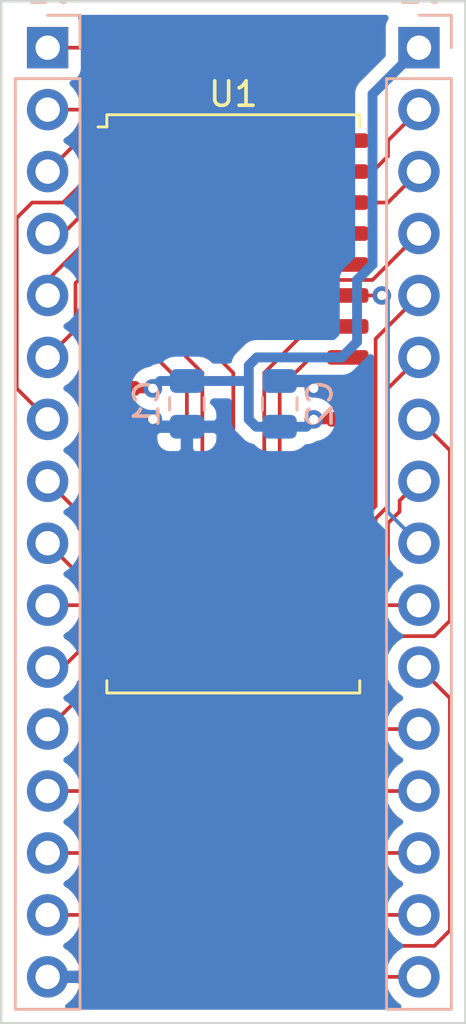
<source format=kicad_pcb>
(kicad_pcb (version 20171130) (host pcbnew 5.1.7-a382d34a8~87~ubuntu18.04.1)

  (general
    (thickness 1.6)
    (drawings 4)
    (tracks 153)
    (zones 0)
    (modules 5)
    (nets 35)
  )

  (page A4)
  (layers
    (0 F.Cu signal)
    (1 In1.Cu power hide)
    (2 In2.Cu power hide)
    (31 B.Cu signal)
    (32 B.Adhes user hide)
    (33 F.Adhes user hide)
    (34 B.Paste user hide)
    (35 F.Paste user hide)
    (36 B.SilkS user hide)
    (37 F.SilkS user)
    (38 B.Mask user)
    (39 F.Mask user hide)
    (40 Dwgs.User user)
    (41 Cmts.User user hide)
    (42 Eco1.User user)
    (43 Eco2.User user)
    (44 Edge.Cuts user)
    (45 Margin user hide)
    (46 B.CrtYd user hide)
    (47 F.CrtYd user hide)
    (48 B.Fab user hide)
    (49 F.Fab user hide)
  )

  (setup
    (last_trace_width 0.1524)
    (trace_clearance 0.1524)
    (zone_clearance 0.508)
    (zone_45_only no)
    (trace_min 0.1524)
    (via_size 0.762)
    (via_drill 0.381)
    (via_min_size 0.762)
    (via_min_drill 0.381)
    (uvia_size 0.3)
    (uvia_drill 0.1)
    (uvias_allowed no)
    (uvia_min_size 0.2)
    (uvia_min_drill 0.1)
    (edge_width 0.05)
    (segment_width 0.2)
    (pcb_text_width 0.3)
    (pcb_text_size 1.5 1.5)
    (mod_edge_width 0.12)
    (mod_text_size 1 1)
    (mod_text_width 0.15)
    (pad_size 1.524 1.524)
    (pad_drill 0.762)
    (pad_to_mask_clearance 0)
    (aux_axis_origin 0 0)
    (visible_elements FFFFFF7F)
    (pcbplotparams
      (layerselection 0x010fc_ffffffff)
      (usegerberextensions false)
      (usegerberattributes true)
      (usegerberadvancedattributes true)
      (creategerberjobfile true)
      (excludeedgelayer true)
      (linewidth 0.100000)
      (plotframeref false)
      (viasonmask false)
      (mode 1)
      (useauxorigin false)
      (hpglpennumber 1)
      (hpglpenspeed 20)
      (hpglpendiameter 15.000000)
      (psnegative false)
      (psa4output false)
      (plotreference true)
      (plotvalue true)
      (plotinvisibletext false)
      (padsonsilk false)
      (subtractmaskfromsilk false)
      (outputformat 1)
      (mirror false)
      (drillshape 1)
      (scaleselection 1)
      (outputdirectory ""))
  )

  (net 0 "")
  (net 1 /GND)
  (net 2 /VCC)
  (net 3 /DQ2)
  (net 4 /DQ1)
  (net 5 /DQ0)
  (net 6 /A0)
  (net 7 /A1)
  (net 8 /A2)
  (net 9 /A3)
  (net 10 /A4)
  (net 11 /A5)
  (net 12 /A6)
  (net 13 /A7)
  (net 14 /A12)
  (net 15 /A14)
  (net 16 /A16)
  (net 17 /A18)
  (net 18 /DQ3)
  (net 19 /DQ4)
  (net 20 /DQ5)
  (net 21 /DQ6)
  (net 22 /DQ7)
  (net 23 /CE#)
  (net 24 /A10)
  (net 25 /OE#)
  (net 26 /A11)
  (net 27 /A9)
  (net 28 /A8)
  (net 29 /A13)
  (net 30 /WE#)
  (net 31 /A17)
  (net 32 /A15)
  (net 33 "Net-(U1-Pad36)")
  (net 34 "Net-(U1-Pad19)")

  (net_class Default "This is the default net class."
    (clearance 0.1524)
    (trace_width 0.1524)
    (via_dia 0.762)
    (via_drill 0.381)
    (uvia_dia 0.3)
    (uvia_drill 0.1)
    (add_net /A0)
    (add_net /A1)
    (add_net /A10)
    (add_net /A11)
    (add_net /A12)
    (add_net /A13)
    (add_net /A14)
    (add_net /A15)
    (add_net /A16)
    (add_net /A17)
    (add_net /A18)
    (add_net /A2)
    (add_net /A3)
    (add_net /A4)
    (add_net /A5)
    (add_net /A6)
    (add_net /A7)
    (add_net /A8)
    (add_net /A9)
    (add_net /CE#)
    (add_net /DQ0)
    (add_net /DQ1)
    (add_net /DQ2)
    (add_net /DQ3)
    (add_net /DQ4)
    (add_net /DQ5)
    (add_net /DQ6)
    (add_net /DQ7)
    (add_net /OE#)
    (add_net /WE#)
    (add_net "Net-(U1-Pad19)")
    (add_net "Net-(U1-Pad36)")
  )

  (net_class Power ""
    (clearance 0.2032)
    (trace_width 0.4064)
    (via_dia 0.762)
    (via_drill 0.381)
    (uvia_dia 0.3)
    (uvia_drill 0.1)
    (add_net /GND)
    (add_net /VCC)
  )

  (module Package_SO:SOJ-36_10.16x23.49mm_P1.27mm (layer F.Cu) (tedit 5D9F72B1) (tstamp 5F91CB81)
    (at 96.52 80.645)
    (descr "SOJ, 36 Pin (http://www.issi.com/WW/pdf/61-64C5128AL.pdf), generated with kicad-footprint-generator ipc_gullwing_generator.py")
    (tags "SOJ SO")
    (path /5F9495FF)
    (attr smd)
    (fp_text reference U1 (at 0 -12.7) (layer F.SilkS)
      (effects (font (size 1 1) (thickness 0.15)))
    )
    (fp_text value IS61C5128AL-10KLI (at 0 12.7) (layer F.Fab)
      (effects (font (size 1 1) (thickness 0.15)))
    )
    (fp_line (start 5.8 -12) (end -5.8 -12) (layer F.CrtYd) (width 0.05))
    (fp_line (start 5.8 12) (end 5.8 -12) (layer F.CrtYd) (width 0.05))
    (fp_line (start -5.8 12) (end 5.8 12) (layer F.CrtYd) (width 0.05))
    (fp_line (start -5.8 -12) (end -5.8 12) (layer F.CrtYd) (width 0.05))
    (fp_line (start -5.08 -10.745) (end -4.08 -11.745) (layer F.Fab) (width 0.1))
    (fp_line (start -5.08 11.745) (end -5.08 -10.745) (layer F.Fab) (width 0.1))
    (fp_line (start 5.08 11.745) (end -5.08 11.745) (layer F.Fab) (width 0.1))
    (fp_line (start 5.08 -11.745) (end 5.08 11.745) (layer F.Fab) (width 0.1))
    (fp_line (start -4.08 -11.745) (end 5.08 -11.745) (layer F.Fab) (width 0.1))
    (fp_line (start -5.19 -11.355) (end -5.55 -11.355) (layer F.SilkS) (width 0.12))
    (fp_line (start -5.19 -11.855) (end -5.19 -11.355) (layer F.SilkS) (width 0.12))
    (fp_line (start 0 -11.855) (end -5.19 -11.855) (layer F.SilkS) (width 0.12))
    (fp_line (start 5.19 -11.855) (end 5.19 -11.355) (layer F.SilkS) (width 0.12))
    (fp_line (start 0 -11.855) (end 5.19 -11.855) (layer F.SilkS) (width 0.12))
    (fp_line (start -5.19 11.855) (end -5.19 11.355) (layer F.SilkS) (width 0.12))
    (fp_line (start 0 11.855) (end -5.19 11.855) (layer F.SilkS) (width 0.12))
    (fp_line (start 5.19 11.855) (end 5.19 11.355) (layer F.SilkS) (width 0.12))
    (fp_line (start 0 11.855) (end 5.19 11.855) (layer F.SilkS) (width 0.12))
    (fp_text user %R (at 0 0) (layer F.Fab)
      (effects (font (size 1 1) (thickness 0.15)))
    )
    (pad 36 smd roundrect (at 4.7 -10.795) (size 1.7 0.6) (layers F.Cu F.Paste F.Mask) (roundrect_rratio 0.25)
      (net 33 "Net-(U1-Pad36)"))
    (pad 35 smd roundrect (at 4.7 -9.525) (size 1.7 0.6) (layers F.Cu F.Paste F.Mask) (roundrect_rratio 0.25)
      (net 32 /A15))
    (pad 34 smd roundrect (at 4.7 -8.255) (size 1.7 0.6) (layers F.Cu F.Paste F.Mask) (roundrect_rratio 0.25)
      (net 31 /A17))
    (pad 33 smd roundrect (at 4.7 -6.985) (size 1.7 0.6) (layers F.Cu F.Paste F.Mask) (roundrect_rratio 0.25)
      (net 17 /A18))
    (pad 32 smd roundrect (at 4.7 -5.715) (size 1.7 0.6) (layers F.Cu F.Paste F.Mask) (roundrect_rratio 0.25)
      (net 16 /A16))
    (pad 31 smd roundrect (at 4.7 -4.445) (size 1.7 0.6) (layers F.Cu F.Paste F.Mask) (roundrect_rratio 0.25)
      (net 25 /OE#))
    (pad 30 smd roundrect (at 4.7 -3.175) (size 1.7 0.6) (layers F.Cu F.Paste F.Mask) (roundrect_rratio 0.25)
      (net 19 /DQ4))
    (pad 29 smd roundrect (at 4.7 -1.905) (size 1.7 0.6) (layers F.Cu F.Paste F.Mask) (roundrect_rratio 0.25)
      (net 20 /DQ5))
    (pad 28 smd roundrect (at 4.7 -0.635) (size 1.7 0.6) (layers F.Cu F.Paste F.Mask) (roundrect_rratio 0.25)
      (net 1 /GND))
    (pad 27 smd roundrect (at 4.7 0.635) (size 1.7 0.6) (layers F.Cu F.Paste F.Mask) (roundrect_rratio 0.25)
      (net 2 /VCC))
    (pad 26 smd roundrect (at 4.7 1.905) (size 1.7 0.6) (layers F.Cu F.Paste F.Mask) (roundrect_rratio 0.25)
      (net 21 /DQ6))
    (pad 25 smd roundrect (at 4.7 3.175) (size 1.7 0.6) (layers F.Cu F.Paste F.Mask) (roundrect_rratio 0.25)
      (net 22 /DQ7))
    (pad 24 smd roundrect (at 4.7 4.445) (size 1.7 0.6) (layers F.Cu F.Paste F.Mask) (roundrect_rratio 0.25)
      (net 29 /A13))
    (pad 23 smd roundrect (at 4.7 5.715) (size 1.7 0.6) (layers F.Cu F.Paste F.Mask) (roundrect_rratio 0.25)
      (net 28 /A8))
    (pad 22 smd roundrect (at 4.7 6.985) (size 1.7 0.6) (layers F.Cu F.Paste F.Mask) (roundrect_rratio 0.25)
      (net 26 /A11))
    (pad 21 smd roundrect (at 4.7 8.255) (size 1.7 0.6) (layers F.Cu F.Paste F.Mask) (roundrect_rratio 0.25)
      (net 24 /A10))
    (pad 20 smd roundrect (at 4.7 9.525) (size 1.7 0.6) (layers F.Cu F.Paste F.Mask) (roundrect_rratio 0.25)
      (net 27 /A9))
    (pad 19 smd roundrect (at 4.7 10.795) (size 1.7 0.6) (layers F.Cu F.Paste F.Mask) (roundrect_rratio 0.25)
      (net 34 "Net-(U1-Pad19)"))
    (pad 18 smd roundrect (at -4.7 10.795) (size 1.7 0.6) (layers F.Cu F.Paste F.Mask) (roundrect_rratio 0.25)
      (net 6 /A0))
    (pad 17 smd roundrect (at -4.7 9.525) (size 1.7 0.6) (layers F.Cu F.Paste F.Mask) (roundrect_rratio 0.25)
      (net 7 /A1))
    (pad 16 smd roundrect (at -4.7 8.255) (size 1.7 0.6) (layers F.Cu F.Paste F.Mask) (roundrect_rratio 0.25)
      (net 8 /A2))
    (pad 15 smd roundrect (at -4.7 6.985) (size 1.7 0.6) (layers F.Cu F.Paste F.Mask) (roundrect_rratio 0.25)
      (net 9 /A3))
    (pad 14 smd roundrect (at -4.7 5.715) (size 1.7 0.6) (layers F.Cu F.Paste F.Mask) (roundrect_rratio 0.25)
      (net 10 /A4))
    (pad 13 smd roundrect (at -4.7 4.445) (size 1.7 0.6) (layers F.Cu F.Paste F.Mask) (roundrect_rratio 0.25)
      (net 30 /WE#))
    (pad 12 smd roundrect (at -4.7 3.175) (size 1.7 0.6) (layers F.Cu F.Paste F.Mask) (roundrect_rratio 0.25)
      (net 5 /DQ0))
    (pad 11 smd roundrect (at -4.7 1.905) (size 1.7 0.6) (layers F.Cu F.Paste F.Mask) (roundrect_rratio 0.25)
      (net 4 /DQ1))
    (pad 10 smd roundrect (at -4.7 0.635) (size 1.7 0.6) (layers F.Cu F.Paste F.Mask) (roundrect_rratio 0.25)
      (net 1 /GND))
    (pad 9 smd roundrect (at -4.7 -0.635) (size 1.7 0.6) (layers F.Cu F.Paste F.Mask) (roundrect_rratio 0.25)
      (net 2 /VCC))
    (pad 8 smd roundrect (at -4.7 -1.905) (size 1.7 0.6) (layers F.Cu F.Paste F.Mask) (roundrect_rratio 0.25)
      (net 3 /DQ2))
    (pad 7 smd roundrect (at -4.7 -3.175) (size 1.7 0.6) (layers F.Cu F.Paste F.Mask) (roundrect_rratio 0.25)
      (net 18 /DQ3))
    (pad 6 smd roundrect (at -4.7 -4.445) (size 1.7 0.6) (layers F.Cu F.Paste F.Mask) (roundrect_rratio 0.25)
      (net 23 /CE#))
    (pad 5 smd roundrect (at -4.7 -5.715) (size 1.7 0.6) (layers F.Cu F.Paste F.Mask) (roundrect_rratio 0.25)
      (net 12 /A6))
    (pad 4 smd roundrect (at -4.7 -6.985) (size 1.7 0.6) (layers F.Cu F.Paste F.Mask) (roundrect_rratio 0.25)
      (net 13 /A7))
    (pad 3 smd roundrect (at -4.7 -8.255) (size 1.7 0.6) (layers F.Cu F.Paste F.Mask) (roundrect_rratio 0.25)
      (net 14 /A12))
    (pad 2 smd roundrect (at -4.7 -9.525) (size 1.7 0.6) (layers F.Cu F.Paste F.Mask) (roundrect_rratio 0.25)
      (net 11 /A5))
    (pad 1 smd roundrect (at -4.7 -10.795) (size 1.7 0.6) (layers F.Cu F.Paste F.Mask) (roundrect_rratio 0.25)
      (net 15 /A14))
    (model ${KISYS3DMOD}/Package_SO.3dshapes/SOJ-36_10.16x23.49mm_P1.27mm.wrl
      (at (xyz 0 0 0))
      (scale (xyz 1 1 1))
      (rotate (xyz 0 0 0))
    )
  )

  (module Connector_PinHeader_2.54mm:PinHeader_1x16_P2.54mm_Vertical (layer B.Cu) (tedit 59FED5CC) (tstamp 5F91C462)
    (at 88.9 66.04 180)
    (descr "Through hole straight pin header, 1x16, 2.54mm pitch, single row")
    (tags "Through hole pin header THT 1x16 2.54mm single row")
    (path /5F92BC33)
    (fp_text reference J1 (at 0 2.33) (layer B.SilkS)
      (effects (font (size 1 1) (thickness 0.15)) (justify mirror))
    )
    (fp_text value Conn_01x16_Male (at 0 -40.43) (layer B.Fab)
      (effects (font (size 1 1) (thickness 0.15)) (justify mirror))
    )
    (fp_line (start 1.8 1.8) (end -1.8 1.8) (layer B.CrtYd) (width 0.05))
    (fp_line (start 1.8 -39.9) (end 1.8 1.8) (layer B.CrtYd) (width 0.05))
    (fp_line (start -1.8 -39.9) (end 1.8 -39.9) (layer B.CrtYd) (width 0.05))
    (fp_line (start -1.8 1.8) (end -1.8 -39.9) (layer B.CrtYd) (width 0.05))
    (fp_line (start -1.33 1.33) (end 0 1.33) (layer B.SilkS) (width 0.12))
    (fp_line (start -1.33 0) (end -1.33 1.33) (layer B.SilkS) (width 0.12))
    (fp_line (start -1.33 -1.27) (end 1.33 -1.27) (layer B.SilkS) (width 0.12))
    (fp_line (start 1.33 -1.27) (end 1.33 -39.43) (layer B.SilkS) (width 0.12))
    (fp_line (start -1.33 -1.27) (end -1.33 -39.43) (layer B.SilkS) (width 0.12))
    (fp_line (start -1.33 -39.43) (end 1.33 -39.43) (layer B.SilkS) (width 0.12))
    (fp_line (start -1.27 0.635) (end -0.635 1.27) (layer B.Fab) (width 0.1))
    (fp_line (start -1.27 -39.37) (end -1.27 0.635) (layer B.Fab) (width 0.1))
    (fp_line (start 1.27 -39.37) (end -1.27 -39.37) (layer B.Fab) (width 0.1))
    (fp_line (start 1.27 1.27) (end 1.27 -39.37) (layer B.Fab) (width 0.1))
    (fp_line (start -0.635 1.27) (end 1.27 1.27) (layer B.Fab) (width 0.1))
    (fp_text user %R (at 0 -19.05 -90) (layer B.Fab)
      (effects (font (size 1 1) (thickness 0.15)) (justify mirror))
    )
    (pad 16 thru_hole oval (at 0 -38.1 180) (size 1.7 1.7) (drill 1) (layers *.Cu *.Mask)
      (net 1 /GND))
    (pad 15 thru_hole oval (at 0 -35.56 180) (size 1.7 1.7) (drill 1) (layers *.Cu *.Mask)
      (net 3 /DQ2))
    (pad 14 thru_hole oval (at 0 -33.02 180) (size 1.7 1.7) (drill 1) (layers *.Cu *.Mask)
      (net 4 /DQ1))
    (pad 13 thru_hole oval (at 0 -30.48 180) (size 1.7 1.7) (drill 1) (layers *.Cu *.Mask)
      (net 5 /DQ0))
    (pad 12 thru_hole oval (at 0 -27.94 180) (size 1.7 1.7) (drill 1) (layers *.Cu *.Mask)
      (net 6 /A0))
    (pad 11 thru_hole oval (at 0 -25.4 180) (size 1.7 1.7) (drill 1) (layers *.Cu *.Mask)
      (net 7 /A1))
    (pad 10 thru_hole oval (at 0 -22.86 180) (size 1.7 1.7) (drill 1) (layers *.Cu *.Mask)
      (net 8 /A2))
    (pad 9 thru_hole oval (at 0 -20.32 180) (size 1.7 1.7) (drill 1) (layers *.Cu *.Mask)
      (net 9 /A3))
    (pad 8 thru_hole oval (at 0 -17.78 180) (size 1.7 1.7) (drill 1) (layers *.Cu *.Mask)
      (net 10 /A4))
    (pad 7 thru_hole oval (at 0 -15.24 180) (size 1.7 1.7) (drill 1) (layers *.Cu *.Mask)
      (net 11 /A5))
    (pad 6 thru_hole oval (at 0 -12.7 180) (size 1.7 1.7) (drill 1) (layers *.Cu *.Mask)
      (net 12 /A6))
    (pad 5 thru_hole oval (at 0 -10.16 180) (size 1.7 1.7) (drill 1) (layers *.Cu *.Mask)
      (net 13 /A7))
    (pad 4 thru_hole oval (at 0 -7.62 180) (size 1.7 1.7) (drill 1) (layers *.Cu *.Mask)
      (net 14 /A12))
    (pad 3 thru_hole oval (at 0 -5.08 180) (size 1.7 1.7) (drill 1) (layers *.Cu *.Mask)
      (net 15 /A14))
    (pad 2 thru_hole oval (at 0 -2.54 180) (size 1.7 1.7) (drill 1) (layers *.Cu *.Mask)
      (net 16 /A16))
    (pad 1 thru_hole rect (at 0 0 180) (size 1.7 1.7) (drill 1) (layers *.Cu *.Mask)
      (net 17 /A18))
    (model ${KISYS3DMOD}/Connector_PinHeader_2.54mm.3dshapes/PinHeader_1x16_P2.54mm_Vertical.wrl
      (at (xyz 0 0 0))
      (scale (xyz 1 1 1))
      (rotate (xyz 0 0 0))
    )
  )

  (module Connector_PinHeader_2.54mm:PinHeader_1x16_P2.54mm_Vertical (layer B.Cu) (tedit 59FED5CC) (tstamp 5F91C486)
    (at 104.14 66.04 180)
    (descr "Through hole straight pin header, 1x16, 2.54mm pitch, single row")
    (tags "Through hole pin header THT 1x16 2.54mm single row")
    (path /5F92E19A)
    (fp_text reference J2 (at 0 2.33) (layer B.SilkS)
      (effects (font (size 1 1) (thickness 0.15)) (justify mirror))
    )
    (fp_text value Conn_01x16_Male (at 0 -40.43) (layer B.Fab)
      (effects (font (size 1 1) (thickness 0.15)) (justify mirror))
    )
    (fp_line (start 1.8 1.8) (end -1.8 1.8) (layer B.CrtYd) (width 0.05))
    (fp_line (start 1.8 -39.9) (end 1.8 1.8) (layer B.CrtYd) (width 0.05))
    (fp_line (start -1.8 -39.9) (end 1.8 -39.9) (layer B.CrtYd) (width 0.05))
    (fp_line (start -1.8 1.8) (end -1.8 -39.9) (layer B.CrtYd) (width 0.05))
    (fp_line (start -1.33 1.33) (end 0 1.33) (layer B.SilkS) (width 0.12))
    (fp_line (start -1.33 0) (end -1.33 1.33) (layer B.SilkS) (width 0.12))
    (fp_line (start -1.33 -1.27) (end 1.33 -1.27) (layer B.SilkS) (width 0.12))
    (fp_line (start 1.33 -1.27) (end 1.33 -39.43) (layer B.SilkS) (width 0.12))
    (fp_line (start -1.33 -1.27) (end -1.33 -39.43) (layer B.SilkS) (width 0.12))
    (fp_line (start -1.33 -39.43) (end 1.33 -39.43) (layer B.SilkS) (width 0.12))
    (fp_line (start -1.27 0.635) (end -0.635 1.27) (layer B.Fab) (width 0.1))
    (fp_line (start -1.27 -39.37) (end -1.27 0.635) (layer B.Fab) (width 0.1))
    (fp_line (start 1.27 -39.37) (end -1.27 -39.37) (layer B.Fab) (width 0.1))
    (fp_line (start 1.27 1.27) (end 1.27 -39.37) (layer B.Fab) (width 0.1))
    (fp_line (start -0.635 1.27) (end 1.27 1.27) (layer B.Fab) (width 0.1))
    (fp_text user %R (at 0 -19.05 -90) (layer B.Fab)
      (effects (font (size 1 1) (thickness 0.15)) (justify mirror))
    )
    (pad 16 thru_hole oval (at 0 -38.1 180) (size 1.7 1.7) (drill 1) (layers *.Cu *.Mask)
      (net 18 /DQ3))
    (pad 15 thru_hole oval (at 0 -35.56 180) (size 1.7 1.7) (drill 1) (layers *.Cu *.Mask)
      (net 19 /DQ4))
    (pad 14 thru_hole oval (at 0 -33.02 180) (size 1.7 1.7) (drill 1) (layers *.Cu *.Mask)
      (net 20 /DQ5))
    (pad 13 thru_hole oval (at 0 -30.48 180) (size 1.7 1.7) (drill 1) (layers *.Cu *.Mask)
      (net 21 /DQ6))
    (pad 12 thru_hole oval (at 0 -27.94 180) (size 1.7 1.7) (drill 1) (layers *.Cu *.Mask)
      (net 22 /DQ7))
    (pad 11 thru_hole oval (at 0 -25.4 180) (size 1.7 1.7) (drill 1) (layers *.Cu *.Mask)
      (net 23 /CE#))
    (pad 10 thru_hole oval (at 0 -22.86 180) (size 1.7 1.7) (drill 1) (layers *.Cu *.Mask)
      (net 24 /A10))
    (pad 9 thru_hole oval (at 0 -20.32 180) (size 1.7 1.7) (drill 1) (layers *.Cu *.Mask)
      (net 25 /OE#))
    (pad 8 thru_hole oval (at 0 -17.78 180) (size 1.7 1.7) (drill 1) (layers *.Cu *.Mask)
      (net 26 /A11))
    (pad 7 thru_hole oval (at 0 -15.24 180) (size 1.7 1.7) (drill 1) (layers *.Cu *.Mask)
      (net 27 /A9))
    (pad 6 thru_hole oval (at 0 -12.7 180) (size 1.7 1.7) (drill 1) (layers *.Cu *.Mask)
      (net 28 /A8))
    (pad 5 thru_hole oval (at 0 -10.16 180) (size 1.7 1.7) (drill 1) (layers *.Cu *.Mask)
      (net 29 /A13))
    (pad 4 thru_hole oval (at 0 -7.62 180) (size 1.7 1.7) (drill 1) (layers *.Cu *.Mask)
      (net 30 /WE#))
    (pad 3 thru_hole oval (at 0 -5.08 180) (size 1.7 1.7) (drill 1) (layers *.Cu *.Mask)
      (net 31 /A17))
    (pad 2 thru_hole oval (at 0 -2.54 180) (size 1.7 1.7) (drill 1) (layers *.Cu *.Mask)
      (net 32 /A15))
    (pad 1 thru_hole rect (at 0 0 180) (size 1.7 1.7) (drill 1) (layers *.Cu *.Mask)
      (net 2 /VCC))
    (model ${KISYS3DMOD}/Connector_PinHeader_2.54mm.3dshapes/PinHeader_1x16_P2.54mm_Vertical.wrl
      (at (xyz 0 0 0))
      (scale (xyz 1 1 1))
      (rotate (xyz 0 0 0))
    )
  )

  (module Capacitor_SMD:C_0805_2012Metric (layer B.Cu) (tedit 5B36C52B) (tstamp 5F91A0F2)
    (at 98.425 80.645 90)
    (descr "Capacitor SMD 0805 (2012 Metric), square (rectangular) end terminal, IPC_7351 nominal, (Body size source: https://docs.google.com/spreadsheets/d/1BsfQQcO9C6DZCsRaXUlFlo91Tg2WpOkGARC1WS5S8t0/edit?usp=sharing), generated with kicad-footprint-generator")
    (tags capacitor)
    (path /5F94290A)
    (attr smd)
    (fp_text reference C2 (at 0 1.65 90) (layer B.SilkS)
      (effects (font (size 1 1) (thickness 0.15)) (justify mirror))
    )
    (fp_text value 100nF (at 0 -1.65 90) (layer B.Fab)
      (effects (font (size 1 1) (thickness 0.15)) (justify mirror))
    )
    (fp_line (start 1.68 -0.95) (end -1.68 -0.95) (layer B.CrtYd) (width 0.05))
    (fp_line (start 1.68 0.95) (end 1.68 -0.95) (layer B.CrtYd) (width 0.05))
    (fp_line (start -1.68 0.95) (end 1.68 0.95) (layer B.CrtYd) (width 0.05))
    (fp_line (start -1.68 -0.95) (end -1.68 0.95) (layer B.CrtYd) (width 0.05))
    (fp_line (start -0.258578 -0.71) (end 0.258578 -0.71) (layer B.SilkS) (width 0.12))
    (fp_line (start -0.258578 0.71) (end 0.258578 0.71) (layer B.SilkS) (width 0.12))
    (fp_line (start 1 -0.6) (end -1 -0.6) (layer B.Fab) (width 0.1))
    (fp_line (start 1 0.6) (end 1 -0.6) (layer B.Fab) (width 0.1))
    (fp_line (start -1 0.6) (end 1 0.6) (layer B.Fab) (width 0.1))
    (fp_line (start -1 -0.6) (end -1 0.6) (layer B.Fab) (width 0.1))
    (fp_text user %R (at 0 0 90) (layer B.Fab)
      (effects (font (size 0.5 0.5) (thickness 0.08)) (justify mirror))
    )
    (pad 2 smd roundrect (at 0.9375 0 90) (size 0.975 1.4) (layers B.Cu B.Paste B.Mask) (roundrect_rratio 0.25)
      (net 1 /GND))
    (pad 1 smd roundrect (at -0.9375 0 90) (size 0.975 1.4) (layers B.Cu B.Paste B.Mask) (roundrect_rratio 0.25)
      (net 2 /VCC))
    (model ${KISYS3DMOD}/Capacitor_SMD.3dshapes/C_0805_2012Metric.wrl
      (at (xyz 0 0 0))
      (scale (xyz 1 1 1))
      (rotate (xyz 0 0 0))
    )
  )

  (module Capacitor_SMD:C_0805_2012Metric (layer B.Cu) (tedit 5B36C52B) (tstamp 5F91A44A)
    (at 94.615 80.645 270)
    (descr "Capacitor SMD 0805 (2012 Metric), square (rectangular) end terminal, IPC_7351 nominal, (Body size source: https://docs.google.com/spreadsheets/d/1BsfQQcO9C6DZCsRaXUlFlo91Tg2WpOkGARC1WS5S8t0/edit?usp=sharing), generated with kicad-footprint-generator")
    (tags capacitor)
    (path /5F9423F9)
    (attr smd)
    (fp_text reference C1 (at 0 1.65 270) (layer B.SilkS)
      (effects (font (size 1 1) (thickness 0.15)) (justify mirror))
    )
    (fp_text value 100nF (at 0 -1.65 270) (layer B.Fab)
      (effects (font (size 1 1) (thickness 0.15)) (justify mirror))
    )
    (fp_line (start 1.68 -0.95) (end -1.68 -0.95) (layer B.CrtYd) (width 0.05))
    (fp_line (start 1.68 0.95) (end 1.68 -0.95) (layer B.CrtYd) (width 0.05))
    (fp_line (start -1.68 0.95) (end 1.68 0.95) (layer B.CrtYd) (width 0.05))
    (fp_line (start -1.68 -0.95) (end -1.68 0.95) (layer B.CrtYd) (width 0.05))
    (fp_line (start -0.258578 -0.71) (end 0.258578 -0.71) (layer B.SilkS) (width 0.12))
    (fp_line (start -0.258578 0.71) (end 0.258578 0.71) (layer B.SilkS) (width 0.12))
    (fp_line (start 1 -0.6) (end -1 -0.6) (layer B.Fab) (width 0.1))
    (fp_line (start 1 0.6) (end 1 -0.6) (layer B.Fab) (width 0.1))
    (fp_line (start -1 0.6) (end 1 0.6) (layer B.Fab) (width 0.1))
    (fp_line (start -1 -0.6) (end -1 0.6) (layer B.Fab) (width 0.1))
    (fp_text user %R (at 0 0 270) (layer B.Fab)
      (effects (font (size 0.5 0.5) (thickness 0.08)) (justify mirror))
    )
    (pad 2 smd roundrect (at 0.9375 0 270) (size 0.975 1.4) (layers B.Cu B.Paste B.Mask) (roundrect_rratio 0.25)
      (net 1 /GND))
    (pad 1 smd roundrect (at -0.9375 0 270) (size 0.975 1.4) (layers B.Cu B.Paste B.Mask) (roundrect_rratio 0.25)
      (net 2 /VCC))
    (model ${KISYS3DMOD}/Capacitor_SMD.3dshapes/C_0805_2012Metric.wrl
      (at (xyz 0 0 0))
      (scale (xyz 1 1 1))
      (rotate (xyz 0 0 0))
    )
  )

  (gr_line (start 106.045 64.135) (end 106.045 106.045) (layer Edge.Cuts) (width 0.1))
  (gr_line (start 86.995 64.135) (end 106.045 64.135) (layer Edge.Cuts) (width 0.1))
  (gr_line (start 86.995 106.045) (end 86.995 64.135) (layer Edge.Cuts) (width 0.1))
  (gr_line (start 106.045 106.045) (end 86.995 106.045) (layer Edge.Cuts) (width 0.1))

  (via (at 99.822 80.01) (size 0.762) (drill 0.381) (layers F.Cu B.Cu) (net 1))
  (via (at 93.218 81.28) (size 0.762) (drill 0.381) (layers F.Cu B.Cu) (net 1))
  (segment (start 91.82 81.28) (end 93.218 81.28) (width 0.4064) (layer F.Cu) (net 1) (status 10))
  (segment (start 99.822 80.01) (end 101.22 80.01) (width 0.4064) (layer F.Cu) (net 1) (status 20))
  (segment (start 93.5205 81.5825) (end 93.218 81.28) (width 0.4064) (layer B.Cu) (net 1))
  (segment (start 94.615 81.5825) (end 93.5205 81.5825) (width 0.4064) (layer B.Cu) (net 1) (status 10))
  (segment (start 99.5195 79.7075) (end 99.822 80.01) (width 0.4064) (layer B.Cu) (net 1))
  (segment (start 98.425 79.7075) (end 99.5195 79.7075) (width 0.4064) (layer B.Cu) (net 1) (status 10))
  (via (at 93.218 80.01) (size 0.762) (drill 0.381) (layers F.Cu B.Cu) (net 2))
  (via (at 99.822 81.28) (size 0.762) (drill 0.381) (layers F.Cu B.Cu) (net 2))
  (segment (start 91.82 80.01) (end 93.218 80.01) (width 0.4064) (layer F.Cu) (net 2) (status 10))
  (segment (start 99.822 81.28) (end 101.22 81.28) (width 0.4064) (layer F.Cu) (net 2) (status 20))
  (segment (start 93.5205 79.7075) (end 93.218 80.01) (width 0.4064) (layer B.Cu) (net 2))
  (segment (start 94.615 79.7075) (end 93.5205 79.7075) (width 0.4064) (layer B.Cu) (net 2) (status 10))
  (segment (start 99.5195 81.5825) (end 99.822 81.28) (width 0.4064) (layer B.Cu) (net 2))
  (segment (start 98.425 81.5825) (end 99.5195 81.5825) (width 0.4064) (layer B.Cu) (net 2) (status 10))
  (segment (start 94.615 79.7075) (end 97.155 79.7075) (width 0.4064) (layer B.Cu) (net 2))
  (segment (start 97.155 79.7075) (end 97.155 81.28) (width 0.4064) (layer B.Cu) (net 2))
  (segment (start 97.4575 81.5825) (end 98.425 81.5825) (width 0.4064) (layer B.Cu) (net 2))
  (segment (start 97.155 81.28) (end 97.4575 81.5825) (width 0.4064) (layer B.Cu) (net 2))
  (segment (start 97.155 79.0725) (end 97.155 79.7075) (width 0.4064) (layer B.Cu) (net 2))
  (segment (start 97.4875 78.74) (end 97.155 79.0725) (width 0.4064) (layer B.Cu) (net 2))
  (segment (start 102.235 67.945) (end 102.235 74.93) (width 0.4064) (layer B.Cu) (net 2))
  (segment (start 104.14 66.04) (end 102.235 67.945) (width 0.4064) (layer B.Cu) (net 2))
  (segment (start 102.235 74.93) (end 101.6 75.565) (width 0.4064) (layer B.Cu) (net 2))
  (segment (start 100.965 78.74) (end 97.4875 78.74) (width 0.4064) (layer B.Cu) (net 2))
  (segment (start 101.6 75.565) (end 101.6 78.105) (width 0.4064) (layer B.Cu) (net 2))
  (segment (start 101.6 78.105) (end 100.965 78.74) (width 0.4064) (layer B.Cu) (net 2))
  (segment (start 94.615 80.01) (end 93.345 78.74) (width 0.1524) (layer F.Cu) (net 3))
  (segment (start 93.345 78.74) (end 91.82 78.74) (width 0.1524) (layer F.Cu) (net 3) (status 20))
  (segment (start 94.615 100.33) (end 94.615 80.01) (width 0.1524) (layer F.Cu) (net 3))
  (segment (start 88.9 101.6) (end 93.345 101.6) (width 0.1524) (layer F.Cu) (net 3) (status 10))
  (segment (start 93.345 101.6) (end 94.615 100.33) (width 0.1524) (layer F.Cu) (net 3))
  (segment (start 92.71 99.06) (end 88.9 99.06) (width 0.1524) (layer F.Cu) (net 4) (status 20))
  (segment (start 93.98 97.79) (end 92.71 99.06) (width 0.1524) (layer F.Cu) (net 4))
  (segment (start 91.82 82.55) (end 93.345 82.55) (width 0.1524) (layer F.Cu) (net 4) (status 10))
  (segment (start 93.98 83.185) (end 93.98 97.79) (width 0.1524) (layer F.Cu) (net 4))
  (segment (start 93.345 82.55) (end 93.98 83.185) (width 0.1524) (layer F.Cu) (net 4))
  (segment (start 92.71 83.82) (end 91.82 83.82) (width 0.1524) (layer F.Cu) (net 5) (status 20))
  (segment (start 93.345 84.455) (end 92.71 83.82) (width 0.1524) (layer F.Cu) (net 5))
  (segment (start 93.345 94.615) (end 93.345 84.455) (width 0.1524) (layer F.Cu) (net 5))
  (segment (start 88.9 96.52) (end 91.44 96.52) (width 0.1524) (layer F.Cu) (net 5) (status 10))
  (segment (start 91.44 96.52) (end 93.345 94.615) (width 0.1524) (layer F.Cu) (net 5))
  (segment (start 91.82 91.44) (end 90.805 91.44) (width 0.1524) (layer F.Cu) (net 6) (status 10))
  (segment (start 90.805 91.44) (end 90.17 92.075) (width 0.1524) (layer F.Cu) (net 6))
  (segment (start 90.17 92.075) (end 90.17 92.71) (width 0.1524) (layer F.Cu) (net 6))
  (segment (start 90.17 92.71) (end 88.9 93.98) (width 0.1524) (layer F.Cu) (net 6) (status 20))
  (segment (start 88.9 91.44) (end 89.535 91.44) (width 0.1524) (layer F.Cu) (net 7) (status 30))
  (segment (start 90.805 90.17) (end 91.82 90.17) (width 0.1524) (layer F.Cu) (net 7) (status 20))
  (segment (start 89.535 91.44) (end 90.805 90.17) (width 0.1524) (layer F.Cu) (net 7) (status 10))
  (segment (start 88.9 88.9) (end 91.82 88.9) (width 0.1524) (layer F.Cu) (net 8) (status 30))
  (segment (start 88.9 86.36) (end 90.17 87.63) (width 0.1524) (layer F.Cu) (net 9) (status 10))
  (segment (start 90.17 87.63) (end 91.82 87.63) (width 0.1524) (layer F.Cu) (net 9) (status 20))
  (segment (start 91.82 86.36) (end 90.805 86.36) (width 0.1524) (layer F.Cu) (net 10) (status 10))
  (segment (start 90.805 86.36) (end 90.17 85.725) (width 0.1524) (layer F.Cu) (net 10))
  (segment (start 90.17 85.725) (end 90.17 85.09) (width 0.1524) (layer F.Cu) (net 10))
  (segment (start 90.17 85.09) (end 88.9 83.82) (width 0.1524) (layer F.Cu) (net 10) (status 20))
  (segment (start 90.805 71.12) (end 91.82 71.12) (width 0.1524) (layer F.Cu) (net 11) (status 20))
  (segment (start 88.265 72.39) (end 89.535 72.39) (width 0.1524) (layer F.Cu) (net 11))
  (segment (start 89.535 72.39) (end 90.805 71.12) (width 0.1524) (layer F.Cu) (net 11))
  (segment (start 87.63 73.025) (end 88.265 72.39) (width 0.1524) (layer F.Cu) (net 11))
  (segment (start 88.9 81.28) (end 87.63 80.01) (width 0.1524) (layer F.Cu) (net 11) (status 10))
  (segment (start 87.63 80.01) (end 87.63 73.025) (width 0.1524) (layer F.Cu) (net 11))
  (segment (start 90.043 77.597) (end 88.9 78.74) (width 0.1524) (layer F.Cu) (net 12) (status 20))
  (segment (start 90.043 75.692) (end 90.043 77.597) (width 0.1524) (layer F.Cu) (net 12))
  (segment (start 91.82 74.93) (end 90.805 74.93) (width 0.1524) (layer F.Cu) (net 12) (status 10))
  (segment (start 90.805 74.93) (end 90.043 75.692) (width 0.1524) (layer F.Cu) (net 12))
  (segment (start 88.9 76.2) (end 88.9 75.565) (width 0.1524) (layer F.Cu) (net 13) (status 30))
  (segment (start 90.805 73.66) (end 91.82 73.66) (width 0.1524) (layer F.Cu) (net 13) (status 20))
  (segment (start 88.9 75.565) (end 90.805 73.66) (width 0.1524) (layer F.Cu) (net 13) (status 10))
  (segment (start 88.9 73.66) (end 89.535 73.66) (width 0.1524) (layer F.Cu) (net 14) (status 30))
  (segment (start 90.805 72.39) (end 91.82 72.39) (width 0.1524) (layer F.Cu) (net 14) (status 20))
  (segment (start 89.535 73.66) (end 90.805 72.39) (width 0.1524) (layer F.Cu) (net 14) (status 10))
  (segment (start 90.17 69.85) (end 88.9 71.12) (width 0.1524) (layer F.Cu) (net 15) (status 20))
  (segment (start 91.82 69.85) (end 90.17 69.85) (width 0.1524) (layer F.Cu) (net 15) (status 10))
  (segment (start 88.9 68.58) (end 92.71 68.58) (width 0.1524) (layer F.Cu) (net 16) (status 10))
  (segment (start 99.06 74.93) (end 101.22 74.93) (width 0.1524) (layer F.Cu) (net 16) (status 20))
  (segment (start 92.71 68.58) (end 99.06 74.93) (width 0.1524) (layer F.Cu) (net 16))
  (segment (start 101.22 73.66) (end 99.06 73.66) (width 0.1524) (layer F.Cu) (net 17) (status 10))
  (segment (start 91.44 66.04) (end 88.9 66.04) (width 0.1524) (layer F.Cu) (net 17) (status 20))
  (segment (start 99.06 73.66) (end 91.44 66.04) (width 0.1524) (layer F.Cu) (net 17))
  (segment (start 93.345 77.47) (end 91.82 77.47) (width 0.1524) (layer F.Cu) (net 18) (status 20))
  (segment (start 95.25 79.375) (end 93.345 77.47) (width 0.1524) (layer F.Cu) (net 18))
  (segment (start 104.14 104.14) (end 97.79 104.14) (width 0.1524) (layer F.Cu) (net 18) (status 10))
  (segment (start 95.25 101.6) (end 95.25 79.375) (width 0.1524) (layer F.Cu) (net 18))
  (segment (start 97.79 104.14) (end 95.25 101.6) (width 0.1524) (layer F.Cu) (net 18))
  (segment (start 97.79 79.375) (end 99.695 77.47) (width 0.1524) (layer F.Cu) (net 19))
  (segment (start 99.695 77.47) (end 101.22 77.47) (width 0.1524) (layer F.Cu) (net 19) (status 20))
  (segment (start 104.14 101.6) (end 100.965 101.6) (width 0.1524) (layer F.Cu) (net 19) (status 10))
  (segment (start 97.79 98.425) (end 97.79 79.375) (width 0.1524) (layer F.Cu) (net 19))
  (segment (start 100.965 101.6) (end 97.79 98.425) (width 0.1524) (layer F.Cu) (net 19))
  (segment (start 98.425 95.885) (end 101.6 99.06) (width 0.1524) (layer F.Cu) (net 20))
  (segment (start 101.6 99.06) (end 104.14 99.06) (width 0.1524) (layer F.Cu) (net 20) (status 20))
  (segment (start 101.22 78.74) (end 99.695 78.74) (width 0.1524) (layer F.Cu) (net 20) (status 10))
  (segment (start 98.425 80.01) (end 98.425 95.885) (width 0.1524) (layer F.Cu) (net 20))
  (segment (start 99.695 78.74) (end 98.425 80.01) (width 0.1524) (layer F.Cu) (net 20))
  (segment (start 101.6 96.52) (end 104.14 96.52) (width 0.1524) (layer F.Cu) (net 21) (status 20))
  (segment (start 99.06 93.98) (end 101.6 96.52) (width 0.1524) (layer F.Cu) (net 21))
  (segment (start 99.06 83.185) (end 99.06 93.98) (width 0.1524) (layer F.Cu) (net 21))
  (segment (start 101.22 82.55) (end 99.695 82.55) (width 0.1524) (layer F.Cu) (net 21) (status 10))
  (segment (start 99.695 82.55) (end 99.06 83.185) (width 0.1524) (layer F.Cu) (net 21))
  (segment (start 100.0125 83.82) (end 101.22 83.82) (width 0.1524) (layer F.Cu) (net 22) (status 20))
  (segment (start 99.695 84.1375) (end 100.0125 83.82) (width 0.1524) (layer F.Cu) (net 22))
  (segment (start 99.695 93.345) (end 99.695 84.1375) (width 0.1524) (layer F.Cu) (net 22))
  (segment (start 104.14 93.98) (end 100.33 93.98) (width 0.1524) (layer F.Cu) (net 22) (status 10))
  (segment (start 100.33 93.98) (end 99.695 93.345) (width 0.1524) (layer F.Cu) (net 22))
  (segment (start 105.41 92.71) (end 104.14 91.44) (width 0.1524) (layer F.Cu) (net 23) (status 20))
  (segment (start 105.41 102.235) (end 105.41 92.71) (width 0.1524) (layer F.Cu) (net 23))
  (segment (start 93.345 76.2) (end 96.52 79.375) (width 0.1524) (layer F.Cu) (net 23))
  (segment (start 91.82 76.2) (end 93.345 76.2) (width 0.1524) (layer F.Cu) (net 23) (status 10))
  (segment (start 96.52 79.375) (end 96.52 99.695) (width 0.1524) (layer F.Cu) (net 23))
  (segment (start 96.52 99.695) (end 99.695 102.87) (width 0.1524) (layer F.Cu) (net 23))
  (segment (start 99.695 102.87) (end 104.775 102.87) (width 0.1524) (layer F.Cu) (net 23))
  (segment (start 104.775 102.87) (end 105.41 102.235) (width 0.1524) (layer F.Cu) (net 23))
  (segment (start 101.22 88.9) (end 104.14 88.9) (width 0.1524) (layer F.Cu) (net 24) (status 30))
  (via (at 102.616 76.2) (size 0.762) (drill 0.381) (layers F.Cu B.Cu) (net 25))
  (segment (start 101.22 76.2) (end 102.616 76.2) (width 0.1524) (layer F.Cu) (net 25) (status 10))
  (segment (start 102.616 76.2) (end 102.87 76.454) (width 0.1524) (layer B.Cu) (net 25))
  (segment (start 102.87 85.09) (end 104.14 86.36) (width 0.1524) (layer B.Cu) (net 25) (status 20))
  (segment (start 102.87 76.454) (end 102.87 85.09) (width 0.1524) (layer B.Cu) (net 25))
  (segment (start 102.235 87.63) (end 101.22 87.63) (width 0.1524) (layer F.Cu) (net 26) (status 20))
  (segment (start 102.87 86.995) (end 102.235 87.63) (width 0.1524) (layer F.Cu) (net 26))
  (segment (start 102.87 85.5345) (end 102.87 86.995) (width 0.1524) (layer F.Cu) (net 26))
  (segment (start 103.34625 85.05825) (end 102.87 85.5345) (width 0.1524) (layer F.Cu) (net 26))
  (segment (start 103.34625 84.61375) (end 103.34625 85.05825) (width 0.1524) (layer F.Cu) (net 26))
  (segment (start 104.14 83.82) (end 103.34625 84.61375) (width 0.1524) (layer F.Cu) (net 26) (status 10))
  (segment (start 105.41 82.55) (end 104.14 81.28) (width 0.1524) (layer F.Cu) (net 27) (status 20))
  (segment (start 105.41 89.535) (end 105.41 82.55) (width 0.1524) (layer F.Cu) (net 27))
  (segment (start 105.41 89.535) (end 104.775 90.17) (width 0.1524) (layer F.Cu) (net 27))
  (segment (start 104.775 90.17) (end 101.22 90.17) (width 0.1524) (layer F.Cu) (net 27) (status 20))
  (segment (start 102.87 80.01) (end 104.14 78.74) (width 0.1524) (layer F.Cu) (net 28) (status 20))
  (segment (start 102.87 84.836) (end 102.87 80.01) (width 0.1524) (layer F.Cu) (net 28))
  (segment (start 101.22 86.36) (end 102.108 86.36) (width 0.1524) (layer F.Cu) (net 28) (status 10))
  (segment (start 102.362 85.344) (end 102.87 84.836) (width 0.1524) (layer F.Cu) (net 28))
  (segment (start 102.362 86.106) (end 102.362 85.344) (width 0.1524) (layer F.Cu) (net 28))
  (segment (start 102.108 86.36) (end 102.362 86.106) (width 0.1524) (layer F.Cu) (net 28))
  (segment (start 101.22 85.09) (end 101.6 85.09) (width 0.1524) (layer F.Cu) (net 29) (status 30))
  (segment (start 102.362 77.978) (end 104.14 76.2) (width 0.1524) (layer F.Cu) (net 29) (status 20))
  (segment (start 102.362 84.836) (end 102.362 77.978) (width 0.1524) (layer F.Cu) (net 29))
  (segment (start 101.22 85.09) (end 102.108 85.09) (width 0.1524) (layer F.Cu) (net 29) (status 10))
  (segment (start 102.108 85.09) (end 102.362 84.836) (width 0.1524) (layer F.Cu) (net 29))
  (segment (start 102.235 75.565) (end 104.14 73.66) (width 0.1524) (layer F.Cu) (net 30) (status 20))
  (segment (start 91.059 75.565) (end 102.235 75.565) (width 0.1524) (layer F.Cu) (net 30))
  (segment (start 90.551 76.073) (end 91.059 75.565) (width 0.1524) (layer F.Cu) (net 30))
  (segment (start 91.82 85.09) (end 91.186 85.09) (width 0.1524) (layer F.Cu) (net 30) (status 30))
  (segment (start 90.551 84.455) (end 90.551 76.073) (width 0.1524) (layer F.Cu) (net 30))
  (segment (start 91.186 85.09) (end 90.551 84.455) (width 0.1524) (layer F.Cu) (net 30) (status 10))
  (segment (start 102.87 72.39) (end 104.14 71.12) (width 0.1524) (layer F.Cu) (net 31) (status 20))
  (segment (start 101.22 72.39) (end 102.87 72.39) (width 0.1524) (layer F.Cu) (net 31) (status 10))
  (segment (start 101.22 71.12) (end 102.235 71.12) (width 0.1524) (layer F.Cu) (net 32) (status 10))
  (segment (start 102.235 71.12) (end 102.87 70.485) (width 0.1524) (layer F.Cu) (net 32))
  (segment (start 102.87 69.85) (end 104.14 68.58) (width 0.1524) (layer F.Cu) (net 32) (status 20))
  (segment (start 102.87 70.485) (end 102.87 69.85) (width 0.1524) (layer F.Cu) (net 32))

  (zone (net 1) (net_name /GND) (layer B.Cu) (tstamp 0) (hatch edge 0.508)
    (connect_pads (clearance 0.508))
    (min_thickness 0.254)
    (fill yes (arc_segments 32) (thermal_gap 0.508) (thermal_bridge_width 0.508))
    (polygon
      (pts
        (xy 106.045 106.045) (xy 86.995 106.045) (xy 86.995 64.135) (xy 106.045 64.135)
      )
    )
    (filled_polygon
      (pts
        (xy 102.759463 64.835506) (xy 102.700498 64.94582) (xy 102.664188 65.065518) (xy 102.651928 65.19) (xy 102.651928 66.342678)
        (xy 101.671418 67.323189) (xy 101.639436 67.349436) (xy 101.534691 67.477069) (xy 101.456858 67.622684) (xy 101.408929 67.780685)
        (xy 101.3968 67.903831) (xy 101.3968 67.903837) (xy 101.392746 67.945) (xy 101.3968 67.986163) (xy 101.396801 74.582805)
        (xy 101.036417 74.943189) (xy 101.004436 74.969436) (xy 100.899691 75.097069) (xy 100.821858 75.242684) (xy 100.773929 75.400685)
        (xy 100.7618 75.523831) (xy 100.7618 75.523837) (xy 100.757746 75.565) (xy 100.7618 75.606163) (xy 100.761801 77.757806)
        (xy 100.617807 77.9018) (xy 97.528662 77.9018) (xy 97.487499 77.897746) (xy 97.446336 77.9018) (xy 97.44633 77.9018)
        (xy 97.323184 77.913929) (xy 97.165183 77.961858) (xy 97.019568 78.039691) (xy 96.891936 78.144436) (xy 96.865689 78.176418)
        (xy 96.591418 78.450689) (xy 96.559436 78.476936) (xy 96.454691 78.604569) (xy 96.376858 78.750184) (xy 96.340725 78.8693)
        (xy 95.718667 78.8693) (xy 95.694792 78.840208) (xy 95.561164 78.730542) (xy 95.408709 78.649053) (xy 95.243285 78.598872)
        (xy 95.07125 78.581928) (xy 94.15875 78.581928) (xy 93.986715 78.598872) (xy 93.821291 78.649053) (xy 93.668836 78.730542)
        (xy 93.535208 78.840208) (xy 93.514146 78.865872) (xy 93.479337 78.8693) (xy 93.47933 78.8693) (xy 93.356184 78.881429)
        (xy 93.198183 78.929358) (xy 93.053132 79.00689) (xy 92.921644 79.033044) (xy 92.736744 79.109632) (xy 92.570338 79.220821)
        (xy 92.428821 79.362338) (xy 92.317632 79.528744) (xy 92.241044 79.713644) (xy 92.202 79.909933) (xy 92.202 80.110067)
        (xy 92.241044 80.306356) (xy 92.317632 80.491256) (xy 92.428821 80.657662) (xy 92.570338 80.799179) (xy 92.736744 80.910368)
        (xy 92.921644 80.986956) (xy 93.117933 81.026) (xy 93.283724 81.026) (xy 93.276928 81.095) (xy 93.28 81.29675)
        (xy 93.43875 81.4555) (xy 94.488 81.4555) (xy 94.488 81.4355) (xy 94.742 81.4355) (xy 94.742 81.4555)
        (xy 95.79125 81.4555) (xy 95.95 81.29675) (xy 95.953072 81.095) (xy 95.940812 80.970518) (xy 95.904502 80.85082)
        (xy 95.845537 80.740506) (xy 95.766185 80.643815) (xy 95.688436 80.580008) (xy 95.694792 80.574792) (xy 95.718667 80.5457)
        (xy 96.316801 80.5457) (xy 96.316801 81.238828) (xy 96.312746 81.28) (xy 96.328929 81.444315) (xy 96.376858 81.602316)
        (xy 96.454095 81.746816) (xy 96.454692 81.747932) (xy 96.559437 81.875564) (xy 96.591413 81.901806) (xy 96.835689 82.146082)
        (xy 96.861936 82.178064) (xy 96.989568 82.282809) (xy 97.135183 82.360642) (xy 97.293184 82.408571) (xy 97.312979 82.410521)
        (xy 97.345208 82.449792) (xy 97.478836 82.559458) (xy 97.631291 82.640947) (xy 97.796715 82.691128) (xy 97.96875 82.708072)
        (xy 98.88125 82.708072) (xy 99.053285 82.691128) (xy 99.218709 82.640947) (xy 99.371164 82.559458) (xy 99.504792 82.449792)
        (xy 99.525854 82.424128) (xy 99.560663 82.4207) (xy 99.56067 82.4207) (xy 99.683816 82.408571) (xy 99.841817 82.360642)
        (xy 99.986868 82.28311) (xy 100.118356 82.256956) (xy 100.303256 82.180368) (xy 100.469662 82.069179) (xy 100.611179 81.927662)
        (xy 100.722368 81.761256) (xy 100.798956 81.576356) (xy 100.838 81.380067) (xy 100.838 81.179933) (xy 100.798956 80.983644)
        (xy 100.722368 80.798744) (xy 100.611179 80.632338) (xy 100.469662 80.490821) (xy 100.303256 80.379632) (xy 100.118356 80.303044)
        (xy 99.922067 80.264) (xy 99.756276 80.264) (xy 99.763072 80.195) (xy 99.76 79.99325) (xy 99.60125 79.8345)
        (xy 98.552 79.8345) (xy 98.552 79.8545) (xy 98.298 79.8545) (xy 98.298 79.8345) (xy 98.278 79.8345)
        (xy 98.278 79.5805) (xy 98.298 79.5805) (xy 98.298 79.5782) (xy 98.552 79.5782) (xy 98.552 79.5805)
        (xy 99.60125 79.5805) (xy 99.60355 79.5782) (xy 100.923837 79.5782) (xy 100.965 79.582254) (xy 101.006163 79.5782)
        (xy 101.00617 79.5782) (xy 101.129316 79.566071) (xy 101.287317 79.518142) (xy 101.432932 79.440309) (xy 101.560564 79.335564)
        (xy 101.586811 79.303583) (xy 102.1588 78.731594) (xy 102.158801 85.055064) (xy 102.15536 85.09) (xy 102.158801 85.124936)
        (xy 102.169092 85.22942) (xy 102.209759 85.363481) (xy 102.275799 85.487033) (xy 102.364674 85.595327) (xy 102.39181 85.617597)
        (xy 102.710241 85.936028) (xy 102.655 86.21374) (xy 102.655 86.50626) (xy 102.712068 86.793158) (xy 102.82401 87.063411)
        (xy 102.986525 87.306632) (xy 103.193368 87.513475) (xy 103.36776 87.63) (xy 103.193368 87.746525) (xy 102.986525 87.953368)
        (xy 102.82401 88.196589) (xy 102.712068 88.466842) (xy 102.655 88.75374) (xy 102.655 89.04626) (xy 102.712068 89.333158)
        (xy 102.82401 89.603411) (xy 102.986525 89.846632) (xy 103.193368 90.053475) (xy 103.36776 90.17) (xy 103.193368 90.286525)
        (xy 102.986525 90.493368) (xy 102.82401 90.736589) (xy 102.712068 91.006842) (xy 102.655 91.29374) (xy 102.655 91.58626)
        (xy 102.712068 91.873158) (xy 102.82401 92.143411) (xy 102.986525 92.386632) (xy 103.193368 92.593475) (xy 103.36776 92.71)
        (xy 103.193368 92.826525) (xy 102.986525 93.033368) (xy 102.82401 93.276589) (xy 102.712068 93.546842) (xy 102.655 93.83374)
        (xy 102.655 94.12626) (xy 102.712068 94.413158) (xy 102.82401 94.683411) (xy 102.986525 94.926632) (xy 103.193368 95.133475)
        (xy 103.36776 95.25) (xy 103.193368 95.366525) (xy 102.986525 95.573368) (xy 102.82401 95.816589) (xy 102.712068 96.086842)
        (xy 102.655 96.37374) (xy 102.655 96.66626) (xy 102.712068 96.953158) (xy 102.82401 97.223411) (xy 102.986525 97.466632)
        (xy 103.193368 97.673475) (xy 103.36776 97.79) (xy 103.193368 97.906525) (xy 102.986525 98.113368) (xy 102.82401 98.356589)
        (xy 102.712068 98.626842) (xy 102.655 98.91374) (xy 102.655 99.20626) (xy 102.712068 99.493158) (xy 102.82401 99.763411)
        (xy 102.986525 100.006632) (xy 103.193368 100.213475) (xy 103.36776 100.33) (xy 103.193368 100.446525) (xy 102.986525 100.653368)
        (xy 102.82401 100.896589) (xy 102.712068 101.166842) (xy 102.655 101.45374) (xy 102.655 101.74626) (xy 102.712068 102.033158)
        (xy 102.82401 102.303411) (xy 102.986525 102.546632) (xy 103.193368 102.753475) (xy 103.36776 102.87) (xy 103.193368 102.986525)
        (xy 102.986525 103.193368) (xy 102.82401 103.436589) (xy 102.712068 103.706842) (xy 102.655 103.99374) (xy 102.655 104.28626)
        (xy 102.712068 104.573158) (xy 102.82401 104.843411) (xy 102.986525 105.086632) (xy 103.193368 105.293475) (xy 103.29293 105.36)
        (xy 89.739684 105.36) (xy 89.781355 105.335178) (xy 89.997588 105.140269) (xy 90.171641 104.90692) (xy 90.296825 104.644099)
        (xy 90.341476 104.49689) (xy 90.220155 104.267) (xy 89.027 104.267) (xy 89.027 104.287) (xy 88.773 104.287)
        (xy 88.773 104.267) (xy 88.753 104.267) (xy 88.753 104.013) (xy 88.773 104.013) (xy 88.773 103.993)
        (xy 89.027 103.993) (xy 89.027 104.013) (xy 90.220155 104.013) (xy 90.341476 103.78311) (xy 90.296825 103.635901)
        (xy 90.171641 103.37308) (xy 89.997588 103.139731) (xy 89.781355 102.944822) (xy 89.664466 102.875195) (xy 89.846632 102.753475)
        (xy 90.053475 102.546632) (xy 90.21599 102.303411) (xy 90.327932 102.033158) (xy 90.385 101.74626) (xy 90.385 101.45374)
        (xy 90.327932 101.166842) (xy 90.21599 100.896589) (xy 90.053475 100.653368) (xy 89.846632 100.446525) (xy 89.67224 100.33)
        (xy 89.846632 100.213475) (xy 90.053475 100.006632) (xy 90.21599 99.763411) (xy 90.327932 99.493158) (xy 90.385 99.20626)
        (xy 90.385 98.91374) (xy 90.327932 98.626842) (xy 90.21599 98.356589) (xy 90.053475 98.113368) (xy 89.846632 97.906525)
        (xy 89.67224 97.79) (xy 89.846632 97.673475) (xy 90.053475 97.466632) (xy 90.21599 97.223411) (xy 90.327932 96.953158)
        (xy 90.385 96.66626) (xy 90.385 96.37374) (xy 90.327932 96.086842) (xy 90.21599 95.816589) (xy 90.053475 95.573368)
        (xy 89.846632 95.366525) (xy 89.67224 95.25) (xy 89.846632 95.133475) (xy 90.053475 94.926632) (xy 90.21599 94.683411)
        (xy 90.327932 94.413158) (xy 90.385 94.12626) (xy 90.385 93.83374) (xy 90.327932 93.546842) (xy 90.21599 93.276589)
        (xy 90.053475 93.033368) (xy 89.846632 92.826525) (xy 89.67224 92.71) (xy 89.846632 92.593475) (xy 90.053475 92.386632)
        (xy 90.21599 92.143411) (xy 90.327932 91.873158) (xy 90.385 91.58626) (xy 90.385 91.29374) (xy 90.327932 91.006842)
        (xy 90.21599 90.736589) (xy 90.053475 90.493368) (xy 89.846632 90.286525) (xy 89.67224 90.17) (xy 89.846632 90.053475)
        (xy 90.053475 89.846632) (xy 90.21599 89.603411) (xy 90.327932 89.333158) (xy 90.385 89.04626) (xy 90.385 88.75374)
        (xy 90.327932 88.466842) (xy 90.21599 88.196589) (xy 90.053475 87.953368) (xy 89.846632 87.746525) (xy 89.67224 87.63)
        (xy 89.846632 87.513475) (xy 90.053475 87.306632) (xy 90.21599 87.063411) (xy 90.327932 86.793158) (xy 90.385 86.50626)
        (xy 90.385 86.21374) (xy 90.327932 85.926842) (xy 90.21599 85.656589) (xy 90.053475 85.413368) (xy 89.846632 85.206525)
        (xy 89.67224 85.09) (xy 89.846632 84.973475) (xy 90.053475 84.766632) (xy 90.21599 84.523411) (xy 90.327932 84.253158)
        (xy 90.385 83.96626) (xy 90.385 83.67374) (xy 90.327932 83.386842) (xy 90.21599 83.116589) (xy 90.053475 82.873368)
        (xy 89.846632 82.666525) (xy 89.67224 82.55) (xy 89.846632 82.433475) (xy 90.053475 82.226632) (xy 90.158133 82.07)
        (xy 93.276928 82.07) (xy 93.289188 82.194482) (xy 93.325498 82.31418) (xy 93.384463 82.424494) (xy 93.463815 82.521185)
        (xy 93.560506 82.600537) (xy 93.67082 82.659502) (xy 93.790518 82.695812) (xy 93.915 82.708072) (xy 94.32925 82.705)
        (xy 94.488 82.54625) (xy 94.488 81.7095) (xy 94.742 81.7095) (xy 94.742 82.54625) (xy 94.90075 82.705)
        (xy 95.315 82.708072) (xy 95.439482 82.695812) (xy 95.55918 82.659502) (xy 95.669494 82.600537) (xy 95.766185 82.521185)
        (xy 95.845537 82.424494) (xy 95.904502 82.31418) (xy 95.940812 82.194482) (xy 95.953072 82.07) (xy 95.95 81.86825)
        (xy 95.79125 81.7095) (xy 94.742 81.7095) (xy 94.488 81.7095) (xy 93.43875 81.7095) (xy 93.28 81.86825)
        (xy 93.276928 82.07) (xy 90.158133 82.07) (xy 90.21599 81.983411) (xy 90.327932 81.713158) (xy 90.385 81.42626)
        (xy 90.385 81.13374) (xy 90.327932 80.846842) (xy 90.21599 80.576589) (xy 90.053475 80.333368) (xy 89.846632 80.126525)
        (xy 89.67224 80.01) (xy 89.846632 79.893475) (xy 90.053475 79.686632) (xy 90.21599 79.443411) (xy 90.327932 79.173158)
        (xy 90.385 78.88626) (xy 90.385 78.59374) (xy 90.327932 78.306842) (xy 90.21599 78.036589) (xy 90.053475 77.793368)
        (xy 89.846632 77.586525) (xy 89.67224 77.47) (xy 89.846632 77.353475) (xy 90.053475 77.146632) (xy 90.21599 76.903411)
        (xy 90.327932 76.633158) (xy 90.385 76.34626) (xy 90.385 76.05374) (xy 90.327932 75.766842) (xy 90.21599 75.496589)
        (xy 90.053475 75.253368) (xy 89.846632 75.046525) (xy 89.67224 74.93) (xy 89.846632 74.813475) (xy 90.053475 74.606632)
        (xy 90.21599 74.363411) (xy 90.327932 74.093158) (xy 90.385 73.80626) (xy 90.385 73.51374) (xy 90.327932 73.226842)
        (xy 90.21599 72.956589) (xy 90.053475 72.713368) (xy 89.846632 72.506525) (xy 89.67224 72.39) (xy 89.846632 72.273475)
        (xy 90.053475 72.066632) (xy 90.21599 71.823411) (xy 90.327932 71.553158) (xy 90.385 71.26626) (xy 90.385 70.97374)
        (xy 90.327932 70.686842) (xy 90.21599 70.416589) (xy 90.053475 70.173368) (xy 89.846632 69.966525) (xy 89.67224 69.85)
        (xy 89.846632 69.733475) (xy 90.053475 69.526632) (xy 90.21599 69.283411) (xy 90.327932 69.013158) (xy 90.385 68.72626)
        (xy 90.385 68.43374) (xy 90.327932 68.146842) (xy 90.21599 67.876589) (xy 90.053475 67.633368) (xy 89.92162 67.501513)
        (xy 89.99418 67.479502) (xy 90.104494 67.420537) (xy 90.201185 67.341185) (xy 90.280537 67.244494) (xy 90.339502 67.13418)
        (xy 90.375812 67.014482) (xy 90.388072 66.89) (xy 90.388072 65.19) (xy 90.375812 65.065518) (xy 90.339502 64.94582)
        (xy 90.280537 64.835506) (xy 90.267812 64.82) (xy 102.772188 64.82)
      )
    )
  )
)

</source>
